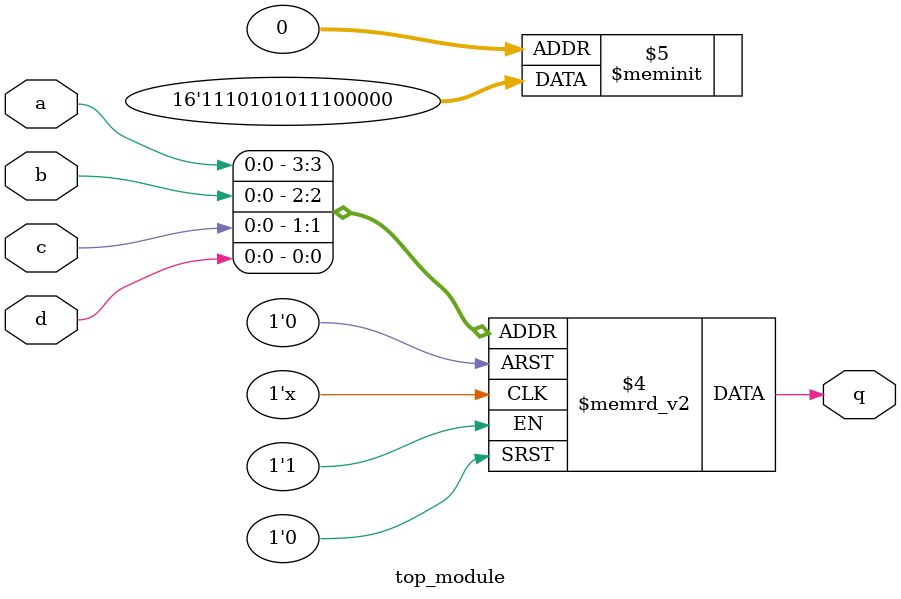
<source format=sv>
module top_module (
  input a, 
  input b, 
  input c, 
  input d,
  output reg q
);

  always @* begin
    case ({a, b, c, d})
      4'b0000 : q = 1'b0;
      4'b0001 : q = 1'b0;
      4'b0010 : q = 1'b0;
      4'b0011 : q = 1'b0;
      4'b0100 : q = 1'b0;
      4'b0101 : q = 1'b1;
      4'b0110 : q = 1'b1;
      4'b0111 : q = 1'b1;
      4'b1000 : q = 1'b0;
      4'b1001 : q = 1'b1;
      4'b1010 : q = 1'b0;
      4'b1011 : q = 1'b1;
      4'b1100 : q = 1'b0;
      4'b1101 : q = 1'b1;
      4'b1110 : q = 1'b1;
      4'b1111 : q = 1'b1;
      default: q = 1'b0; // added a default case to handle all other inputs
    endcase
  end

endmodule

</source>
